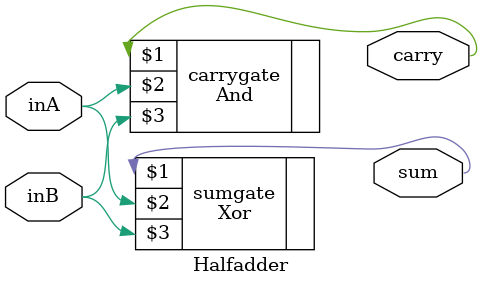
<source format=v>
module Halfadder(sum, carry, inA, inB);
    output sum;
    output carry;
    input  inA;
    input  inB;

    Xor sumgate(sum, inA, inB);
    And carrygate(carry, inA, inB);
endmodule
</source>
